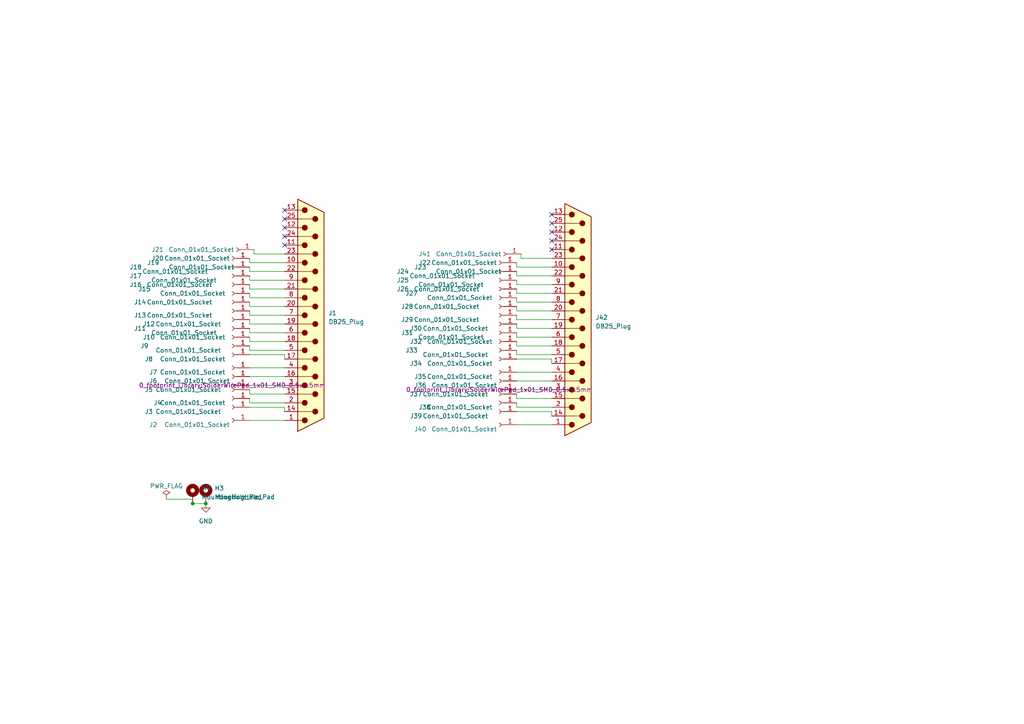
<source format=kicad_sch>
(kicad_sch (version 20230121) (generator eeschema)
  (paper "A4")
  (lib_symbols
    (symbol "Connector:Conn_01x01_Socket" (pin_names (offset 1.016) hide)
      (property "Reference" "J" (at 0 2.54 0))
      (property "Value" "Conn_01x01_Socket" (at 0 -2.54 0))
      (symbol "Conn_01x01_Socket_1_1"
        (polyline (pts (xy -1.27 0) (xy -0.508 0)) (stroke (width 0.1524)))
        (arc (start 0 0.508) (mid -0.5058 0) (end 0 -0.508) (stroke (width 0.1524)))
        (pin passive line (at -5.08 0 0) (length 3.81) (name "Pin_1") (number "1"))
      )
    )
    (symbol "Connector:DB25_Plug" (pin_names (offset 1.016) hide)
      (property "Reference" "J" (at 0 34.29 0))
      (property "Value" "DB25_Plug" (at 0 -34.925 0))
      (symbol "DB25_Plug_0_1"
        (circle (center -1.778 -30.48) (radius 0.762) (fill (type outline)))
        (circle (center -1.778 -25.4) (radius 0.762) (fill (type outline)))
        (circle (center -1.778 -20.32) (radius 0.762) (fill (type outline)))
        (circle (center -1.778 -15.24) (radius 0.762) (fill (type outline)))
        (circle (center -1.778 -10.16) (radius 0.762) (fill (type outline)))
        (circle (center -1.778 -5.08) (radius 0.762) (fill (type outline)))
        (circle (center -1.778 0) (radius 0.762) (fill (type outline)))
        (circle (center -1.778 5.08) (radius 0.762) (fill (type outline)))
        (circle (center -1.778 10.16) (radius 0.762) (fill (type outline)))
        (circle (center -1.778 15.24) (radius 0.762) (fill (type outline)))
        (circle (center -1.778 20.32) (radius 0.762) (fill (type outline)))
        (circle (center -1.778 25.4) (radius 0.762) (fill (type outline)))
        (circle (center -1.778 30.48) (radius 0.762) (fill (type outline)))
        (polyline (pts (xy -3.81 -30.48) (xy -2.54 -30.48)))
        (polyline (pts (xy -3.81 -27.94) (xy 0.508 -27.94)))
        (polyline (pts (xy -3.81 -25.4) (xy -2.54 -25.4)))
        (polyline (pts (xy -3.81 -22.86) (xy 0.508 -22.86)))
        (polyline (pts (xy -3.81 -20.32) (xy -2.54 -20.32)))
        (polyline (pts (xy -3.81 -17.78) (xy 0.508 -17.78)))
        (polyline (pts (xy -3.81 -15.24) (xy -2.54 -15.24)))
        (polyline (pts (xy -3.81 -12.7) (xy 0.508 -12.7)))
        (polyline (pts (xy -3.81 -10.16) (xy -2.54 -10.16)))
        (polyline (pts (xy -3.81 -7.62) (xy 0.508 -7.62)))
        (polyline (pts (xy -3.81 -5.08) (xy -2.54 -5.08)))
        (polyline (pts (xy -3.81 -2.54) (xy 0.508 -2.54)))
        (polyline (pts (xy -3.81 0) (xy -2.54 0)))
        (polyline (pts (xy -3.81 2.54) (xy 0.508 2.54)))
        (polyline (pts (xy -3.81 5.08) (xy -2.54 5.08)))
        (polyline (pts (xy -3.81 7.62) (xy 0.508 7.62)))
        (polyline (pts (xy -3.81 10.16) (xy -2.54 10.16)))
        (polyline (pts (xy -3.81 12.7) (xy 0.508 12.7)))
        (polyline (pts (xy -3.81 15.24) (xy -2.54 15.24)))
        (polyline (pts (xy -3.81 17.78) (xy 0.508 17.78)))
        (polyline (pts (xy -3.81 20.32) (xy -2.54 20.32)))
        (polyline (pts (xy -3.81 22.86) (xy 0.508 22.86)))
        (polyline (pts (xy -3.81 25.4) (xy -2.54 25.4)))
        (polyline (pts (xy -3.81 27.94) (xy 0.508 27.94)))
        (polyline (pts (xy -3.81 30.48) (xy -2.54 30.48)))
        (polyline (pts (xy -3.81 -33.655) (xy 3.81 -29.845) (xy 3.81 29.845) (xy -3.81 33.655) (xy -3.81 -33.655)) (stroke (width 0.254)) (fill (type background)))
        (circle (center 1.27 -27.94) (radius 0.762) (fill (type outline)))
        (circle (center 1.27 -22.86) (radius 0.762) (fill (type outline)))
        (circle (center 1.27 -17.78) (radius 0.762) (fill (type outline)))
        (circle (center 1.27 -12.7) (radius 0.762) (fill (type outline)))
        (circle (center 1.27 -7.62) (radius 0.762) (fill (type outline)))
        (circle (center 1.27 -2.54) (radius 0.762) (fill (type outline)))
        (circle (center 1.27 2.54) (radius 0.762) (fill (type outline)))
        (circle (center 1.27 7.62) (radius 0.762) (fill (type outline)))
        (circle (center 1.27 12.7) (radius 0.762) (fill (type outline)))
        (circle (center 1.27 17.78) (radius 0.762) (fill (type outline)))
        (circle (center 1.27 22.86) (radius 0.762) (fill (type outline)))
        (circle (center 1.27 27.94) (radius 0.762) (fill (type outline)))
      )
      (symbol "DB25_Plug_1_1"
        (pin passive line (at -7.62 -30.48 0) (length 3.81) (name "1") (number "1"))
        (pin passive line (at -7.62 15.24 0) (length 3.81) (name "10") (number "10"))
        (pin passive line (at -7.62 20.32 0) (length 3.81) (name "11") (number "11"))
        (pin passive line (at -7.62 25.4 0) (length 3.81) (name "12") (number "12"))
        (pin passive line (at -7.62 30.48 0) (length 3.81) (name "13") (number "13"))
        (pin passive line (at -7.62 -27.94 0) (length 3.81) (name "P14") (number "14"))
        (pin passive line (at -7.62 -22.86 0) (length 3.81) (name "P15") (number "15"))
        (pin passive line (at -7.62 -17.78 0) (length 3.81) (name "P16") (number "16"))
        (pin passive line (at -7.62 -12.7 0) (length 3.81) (name "P17") (number "17"))
        (pin passive line (at -7.62 -7.62 0) (length 3.81) (name "P18") (number "18"))
        (pin passive line (at -7.62 -2.54 0) (length 3.81) (name "P19") (number "19"))
        (pin passive line (at -7.62 -25.4 0) (length 3.81) (name "2") (number "2"))
        (pin passive line (at -7.62 2.54 0) (length 3.81) (name "P20") (number "20"))
        (pin passive line (at -7.62 7.62 0) (length 3.81) (name "P21") (number "21"))
        (pin passive line (at -7.62 12.7 0) (length 3.81) (name "P22") (number "22"))
        (pin passive line (at -7.62 17.78 0) (length 3.81) (name "P23") (number "23"))
        (pin passive line (at -7.62 22.86 0) (length 3.81) (name "P24") (number "24"))
        (pin passive line (at -7.62 27.94 0) (length 3.81) (name "P25") (number "25"))
        (pin passive line (at -7.62 -20.32 0) (length 3.81) (name "3") (number "3"))
        (pin passive line (at -7.62 -15.24 0) (length 3.81) (name "4") (number "4"))
        (pin passive line (at -7.62 -10.16 0) (length 3.81) (name "5") (number "5"))
        (pin passive line (at -7.62 -5.08 0) (length 3.81) (name "6") (number "6"))
        (pin passive line (at -7.62 0 0) (length 3.81) (name "7") (number "7"))
        (pin passive line (at -7.62 5.08 0) (length 3.81) (name "8") (number "8"))
        (pin passive line (at -7.62 10.16 0) (length 3.81) (name "9") (number "9"))
      )
    )
    (symbol "Mechanical:MountingHole_Pad" (pin_numbers hide) (pin_names (offset 1.016) hide)
      (property "Reference" "H" (at 0 6.35 0))
      (property "Value" "MountingHole_Pad" (at 0 4.445 0))
      (symbol "MountingHole_Pad_0_1"
        (circle (center 0 1.27) (radius 1.27) (stroke (width 1.27)))
      )
      (symbol "MountingHole_Pad_1_1"
        (pin input line (at 0 -2.54 90) (length 2.54) (name "1") (number "1"))
      )
    )
    (symbol "power:GND" (power) (pin_names (offset 0))
      (property "Value" "GND" (at 0 -3.81 0))
      (symbol "GND_0_1"
        (polyline (pts (xy 0 0) (xy 0 -1.27) (xy 1.27 -1.27) (xy 0 -2.54) (xy -1.27 -1.27) (xy 0 -1.27)))
      )
      (symbol "GND_1_1"
        (pin power_in line (at 0 0 270) (length 0) hide (name "GND") (number "1"))
      )
    )
    (symbol "power:PWR_FLAG" (power) (pin_numbers hide) (pin_names (offset 0) hide)
      (property "Value" "PWR_FLAG" (at 0 3.81 0))
      (symbol "PWR_FLAG_0_0"
        (pin power_out line (at 0 0 90) (length 0) (name "pwr") (number "1"))
      )
      (symbol "PWR_FLAG_0_1"
        (polyline (pts (xy 0 0) (xy 0 1.27) (xy -1.016 1.905) (xy 0 2.54) (xy 1.016 1.905) (xy 0 1.27)))
      )
    )
  )
  (junction (at 59.69 146.05))
  (junction (at 55.88 146.05))
  (no_connect (at 82.55 66.04))
  (no_connect (at 82.55 68.58))
  (no_connect (at 160.02 69.85))
  (no_connect (at 82.55 71.12))
  (no_connect (at 160.02 62.23))
  (no_connect (at 160.02 64.77))
  (no_connect (at 82.55 63.5))
  (no_connect (at 160.02 72.39))
  (no_connect (at 82.55 60.96))
  (no_connect (at 160.02 67.31))
  (wire (pts (xy 82.55 101.6) (xy 72.39 101.6)))
  (wire (pts (xy 149.86 90.17) (xy 149.86 88.9)))
  (wire (pts (xy 72.39 76.2) (xy 72.39 74.93)))
  (wire (pts (xy 160.02 77.47) (xy 149.86 77.47)))
  (wire (pts (xy 72.39 109.22) (xy 82.55 109.22)))
  (wire (pts (xy 82.55 76.2) (xy 72.39 76.2)))
  (wire (pts (xy 160.02 82.55) (xy 149.86 82.55)))
  (wire (pts (xy 82.55 93.98) (xy 72.39 93.98)))
  (wire (pts (xy 160.02 97.79) (xy 149.86 97.79)))
  (wire (pts (xy 82.55 83.82) (xy 72.39 83.82)))
  (wire (pts (xy 149.86 80.01) (xy 149.86 78.74)))
  (wire (pts (xy 72.39 86.36) (xy 72.39 85.09)))
  (wire (pts (xy 160.02 102.87) (xy 149.86 102.87)))
  (wire (pts (xy 149.86 107.95) (xy 160.02 107.95)))
  (wire (pts (xy 72.39 96.52) (xy 72.39 95.25)))
  (wire (pts (xy 72.39 78.74) (xy 72.39 77.47)))
  (wire (pts (xy 160.02 115.57) (xy 149.86 115.57)))
  (wire (pts (xy 149.86 115.57) (xy 149.86 114.3)))
  (wire (pts (xy 72.39 102.87) (xy 82.55 102.87)))
  (wire (pts (xy 72.39 93.98) (xy 72.39 92.71)))
  (wire (pts (xy 82.55 102.87) (xy 82.55 104.14)))
  (wire (pts (xy 149.86 87.63) (xy 149.86 86.36)))
  (wire (pts (xy 82.55 118.11) (xy 72.39 118.11)))
  (wire (pts (xy 82.55 86.36) (xy 72.39 86.36)))
  (wire (pts (xy 82.55 81.28) (xy 72.39 81.28)))
  (wire (pts (xy 82.55 114.3) (xy 72.39 114.3)))
  (wire (pts (xy 160.02 119.38) (xy 149.86 119.38)))
  (wire (pts (xy 160.02 100.33) (xy 149.86 100.33)))
  (wire (pts (xy 149.86 110.49) (xy 160.02 110.49)))
  (wire (pts (xy 149.86 118.11) (xy 149.86 116.84)))
  (wire (pts (xy 160.02 80.01) (xy 149.86 80.01)))
  (wire (pts (xy 72.39 88.9) (xy 72.39 87.63)))
  (wire (pts (xy 72.39 99.06) (xy 72.39 97.79)))
  (wire (pts (xy 149.86 82.55) (xy 149.86 81.28)))
  (wire (pts (xy 72.39 101.6) (xy 72.39 100.33)))
  (wire (pts (xy 160.02 95.25) (xy 149.86 95.25)))
  (wire (pts (xy 160.02 85.09) (xy 149.86 85.09)))
  (wire (pts (xy 48.26 144.78) (xy 55.88 144.78)))
  (wire (pts (xy 151.13 74.93) (xy 151.13 73.66)))
  (wire (pts (xy 82.55 88.9) (xy 72.39 88.9)))
  (wire (pts (xy 149.86 113.03) (xy 160.02 113.03)))
  (wire (pts (xy 72.39 121.92) (xy 82.55 121.92)))
  (wire (pts (xy 149.86 92.71) (xy 149.86 91.44)))
  (wire (pts (xy 82.55 78.74) (xy 72.39 78.74)))
  (wire (pts (xy 160.02 118.11) (xy 149.86 118.11)))
  (wire (pts (xy 160.02 92.71) (xy 149.86 92.71)))
  (wire (pts (xy 149.86 104.14) (xy 160.02 104.14)))
  (wire (pts (xy 82.55 119.38) (xy 82.55 118.11)))
  (wire (pts (xy 149.86 85.09) (xy 149.86 83.82)))
  (wire (pts (xy 72.39 81.28) (xy 72.39 80.01)))
  (wire (pts (xy 82.55 73.66) (xy 73.66 73.66)))
  (wire (pts (xy 160.02 74.93) (xy 151.13 74.93)))
  (wire (pts (xy 149.86 102.87) (xy 149.86 101.6)))
  (wire (pts (xy 82.55 99.06) (xy 72.39 99.06)))
  (wire (pts (xy 149.86 123.19) (xy 160.02 123.19)))
  (wire (pts (xy 73.66 73.66) (xy 73.66 72.39)))
  (wire (pts (xy 149.86 95.25) (xy 149.86 93.98)))
  (wire (pts (xy 160.02 90.17) (xy 149.86 90.17)))
  (wire (pts (xy 160.02 87.63) (xy 149.86 87.63)))
  (wire (pts (xy 160.02 120.65) (xy 160.02 119.38)))
  (wire (pts (xy 55.88 144.78) (xy 55.88 146.05)))
  (wire (pts (xy 149.86 97.79) (xy 149.86 96.52)))
  (wire (pts (xy 55.88 146.05) (xy 59.69 146.05)))
  (wire (pts (xy 72.39 91.44) (xy 72.39 90.17)))
  (wire (pts (xy 72.39 106.68) (xy 82.55 106.68)))
  (wire (pts (xy 82.55 91.44) (xy 72.39 91.44)))
  (wire (pts (xy 149.86 77.47) (xy 149.86 76.2)))
  (wire (pts (xy 72.39 116.84) (xy 72.39 115.57)))
  (wire (pts (xy 149.86 100.33) (xy 149.86 99.06)))
  (wire (pts (xy 82.55 96.52) (xy 72.39 96.52)))
  (wire (pts (xy 72.39 114.3) (xy 72.39 113.03)))
  (wire (pts (xy 82.55 116.84) (xy 72.39 116.84)))
  (wire (pts (xy 160.02 104.14) (xy 160.02 105.41)))
  (wire (pts (xy 72.39 83.82) (xy 72.39 82.55)))
  (wire (pts (xy 72.39 111.76) (xy 82.55 111.76)))
  (symbol (lib_id "Connector:Conn_01x01_Socket") (at 144.78 119.38 180) (unit 1)
    (property "Reference" "J39" (at 120.65 120.65 0))
    (property "Value" "Conn_01x01_Socket" (at 132.08 120.65 0))
    (property "Footprint" "0_footprint_Library:SolderWirePad_1x01_SMD_0.5x0.5mm" (effects hide))
  )
  (symbol (lib_id "Connector:Conn_01x01_Socket") (at 67.31 111.76 180) (unit 1)
    (property "Reference" "J6" (at 44.45 110.49 0))
    (property "Value" "Conn_01x01_Socket" (at 57.15 110.49 0))
    (property "Footprint" "0_footprint_Library:SolderWirePad_1x01_SMD_0.5x0.5mm" (at 67.31 111.76 0))
  )
  (symbol (lib_id "Connector:Conn_01x01_Socket") (at 144.78 116.84 180) (unit 1)
    (property "Reference" "J38" (at 123.19 118.11 0))
    (property "Value" "Conn_01x01_Socket" (at 133.35 118.11 0))
    (property "Footprint" "0_footprint_Library:SolderWirePad_1x01_SMD_0.5x0.5mm" (effects hide))
  )
  (symbol (lib_id "Connector:Conn_01x01_Socket") (at 144.78 99.06 180) (unit 1)
    (property "Reference" "J31" (at 118.11 96.52 0))
    (property "Value" "Conn_01x01_Socket" (at 130.81 97.79 0))
    (property "Footprint" "0_footprint_Library:SolderWirePad_1x01_SMD_0.5x0.5mm" (effects hide))
  )
  (symbol (lib_id "Connector:Conn_01x01_Socket") (at 144.78 86.36 180) (unit 1)
    (property "Reference" "J26" (at 116.84 83.82 0))
    (property "Value" "Conn_01x01_Socket" (at 129.54 83.82 0))
    (property "Footprint" "0_footprint_Library:SolderWirePad_1x01_SMD_0.5x0.5mm" (effects hide))
  )
  (symbol (lib_id "Connector:Conn_01x01_Socket") (at 144.78 78.74 180) (unit 1)
    (property "Reference" "J23" (at 121.92 77.47 0))
    (property "Value" "Conn_01x01_Socket" (at 135.89 78.74 0))
    (property "Footprint" "0_footprint_Library:SolderWirePad_1x01_SMD_0.5x0.5mm" (effects hide))
  )
  (symbol (lib_id "Connector:Conn_01x01_Socket") (at 67.31 82.55 180) (unit 1)
    (property "Reference" "J17" (at 39.37 80.01 0))
    (property "Value" "Conn_01x01_Socket" (at 53.34 81.28 0))
    (property "Footprint" "0_footprint_Library:SolderWirePad_1x01_SMD_0.5x0.5mm" (effects hide))
  )
  (symbol (lib_id "Connector:Conn_01x01_Socket") (at 144.78 83.82 180) (unit 1)
    (property "Reference" "J25" (at 116.84 81.28 0))
    (property "Value" "Conn_01x01_Socket" (at 130.81 82.55 0))
    (property "Footprint" "0_footprint_Library:SolderWirePad_1x01_SMD_0.5x0.5mm" (effects hide))
  )
  (symbol (lib_id "Connector:Conn_01x01_Socket") (at 144.78 88.9 180) (unit 1)
    (property "Reference" "J27" (at 119.38 85.09 0))
    (property "Value" "Conn_01x01_Socket" (at 133.35 86.36 0))
    (property "Footprint" "0_footprint_Library:SolderWirePad_1x01_SMD_0.5x0.5mm" (effects hide))
  )
  (symbol (lib_id "Connector:Conn_01x01_Socket") (at 144.78 113.03 180) (unit 1)
    (property "Reference" "J36" (at 121.92 111.76 0))
    (property "Value" "Conn_01x01_Socket" (at 134.62 111.76 0))
    (property "Footprint" "0_footprint_Library:SolderWirePad_1x01_SMD_0.5x0.5mm" (at 144.78 113.03 0))
  )
  (symbol (lib_id "Connector:Conn_01x01_Socket") (at 67.31 95.25 180) (unit 1)
    (property "Reference" "J12" (at 43.18 93.98 0))
    (property "Value" "Conn_01x01_Socket" (at 54.61 93.98 0))
    (property "Footprint" "0_footprint_Library:SolderWirePad_1x01_SMD_0.5x0.5mm" (effects hide))
  )
  (symbol (lib_id "power:GND") (at 59.69 146.05 0) (unit 1)
    (property "Reference" "#PWR01" (effects hide))
    (property "Value" "GND" (at 59.69 151.13 0))
  )
  (symbol (lib_id "Mechanical:MountingHole_Pad") (at 55.88 143.51 0) (unit 1)
    (property "Reference" "H4" (at 58.42 141.605 0) (effects (justify left)))
    (property "Value" "MountingHole_Pad" (at 58.42 144.145 0) (effects (justify left)))
    (property "Footprint" "0_footprint_Library:MountingHole_3mm_4-40_DIN965_Pad" (effects hide))
  )
  (symbol (lib_id "Connector:Conn_01x01_Socket") (at 144.78 93.98 180) (unit 1)
    (property "Reference" "J29" (at 118.11 92.71 0))
    (property "Value" "Conn_01x01_Socket" (at 129.54 92.71 0))
    (property "Footprint" "0_footprint_Library:SolderWirePad_1x01_SMD_0.5x0.5mm" (effects hide))
  )
  (symbol (lib_id "Connector:DB25_Plug") (at 90.17 91.44 0) (unit 1)
    (property "Reference" "J1" (at 95.25 90.805 0) (effects (justify left)))
    (property "Value" "DB25_Plug" (at 95.25 93.345 0) (effects (justify left)))
    (property "Footprint" "0_footprint_Library:Norcomp-380-025-113L001-microd_Updated" (effects hide))
    (property "Datasheet" " ~" (effects hide))
  )
  (symbol (lib_id "Connector:Conn_01x01_Socket") (at 144.78 110.49 180) (unit 1)
    (property "Reference" "J35" (at 121.92 109.22 0))
    (property "Value" "Conn_01x01_Socket" (at 133.35 109.22 0))
    (property "Footprint" "0_footprint_Library:SolderWirePad_1x01_SMD_0.5x0.5mm" (effects hide))
  )
  (symbol (lib_id "Connector:Conn_01x01_Socket") (at 67.31 85.09 180) (unit 1)
    (property "Reference" "J16" (at 39.37 82.55 0))
    (property "Value" "Conn_01x01_Socket" (at 52.07 82.55 0))
    (property "Footprint" "0_footprint_Library:SolderWirePad_1x01_SMD_0.5x0.5mm" (effects hide))
  )
  (symbol (lib_id "Connector:Conn_01x01_Socket") (at 67.31 121.92 180) (unit 1)
    (property "Reference" "J2" (at 44.45 123.19 0))
    (property "Value" "Conn_01x01_Socket" (at 57.15 123.19 0))
    (property "Footprint" "0_footprint_Library:SolderWirePad_1x01_SMD_0.5x0.5mm" (effects hide))
  )
  (symbol (lib_id "Connector:Conn_01x01_Socket") (at 67.31 118.11 180) (unit 1)
    (property "Reference" "J3" (at 43.18 119.38 0))
    (property "Value" "Conn_01x01_Socket" (at 54.61 119.38 0))
    (property "Footprint" "0_footprint_Library:SolderWirePad_1x01_SMD_0.5x0.5mm" (effects hide))
  )
  (symbol (lib_id "Connector:Conn_01x01_Socket") (at 67.31 102.87 180) (unit 1)
    (property "Reference" "J9" (at 41.91 100.33 0))
    (property "Value" "Conn_01x01_Socket" (at 54.61 101.6 0))
    (property "Footprint" "0_footprint_Library:SolderWirePad_1x01_SMD_0.5x0.5mm" (effects hide))
  )
  (symbol (lib_id "Connector:Conn_01x01_Socket") (at 144.78 123.19 180) (unit 1)
    (property "Reference" "J40" (at 121.92 124.46 0))
    (property "Value" "Conn_01x01_Socket" (at 134.62 124.46 0))
    (property "Footprint" "0_footprint_Library:SolderWirePad_1x01_SMD_0.5x0.5mm" (effects hide))
  )
  (symbol (lib_id "Connector:Conn_01x01_Socket") (at 67.31 109.22 180) (unit 1)
    (property "Reference" "J7" (at 44.45 107.95 0))
    (property "Value" "Conn_01x01_Socket" (at 55.88 107.95 0))
    (property "Footprint" "0_footprint_Library:SolderWirePad_1x01_SMD_0.5x0.5mm" (effects hide))
  )
  (symbol (lib_id "Connector:Conn_01x01_Socket") (at 144.78 114.3 180) (unit 1)
    (property "Reference" "J37" (at 120.65 114.3 0))
    (property "Value" "Conn_01x01_Socket" (at 132.08 114.3 0))
    (property "Footprint" "0_footprint_Library:SolderWirePad_1x01_SMD_0.5x0.5mm" (effects hide))
  )
  (symbol (lib_id "Connector:Conn_01x01_Socket") (at 67.31 113.03 180) (unit 1)
    (property "Reference" "J5" (at 43.18 113.03 0))
    (property "Value" "Conn_01x01_Socket" (at 54.61 113.03 0))
    (property "Footprint" "0_footprint_Library:SolderWirePad_1x01_SMD_0.5x0.5mm" (effects hide))
  )
  (symbol (lib_id "Connector:Conn_01x01_Socket") (at 144.78 76.2 180) (unit 1)
    (property "Reference" "J22" (at 123.19 76.2 0))
    (property "Value" "Conn_01x01_Socket" (at 134.62 76.2 0))
    (property "Footprint" "0_footprint_Library:SolderWirePad_1x01_SMD_0.5x0.5mm" (effects hide))
  )
  (symbol (lib_id "Connector:Conn_01x01_Socket") (at 144.78 91.44 180) (unit 1)
    (property "Reference" "J28" (at 118.11 88.9 0))
    (property "Value" "Conn_01x01_Socket" (at 129.54 88.9 0))
    (property "Footprint" "0_footprint_Library:SolderWirePad_1x01_SMD_0.5x0.5mm" (effects hide))
  )
  (symbol (lib_id "Connector:Conn_01x01_Socket") (at 67.31 87.63 180) (unit 1)
    (property "Reference" "J15" (at 41.91 83.82 0))
    (property "Value" "Conn_01x01_Socket" (at 55.88 85.09 0))
    (property "Footprint" "0_footprint_Library:SolderWirePad_1x01_SMD_0.5x0.5mm" (effects hide))
  )
  (symbol (lib_id "Connector:Conn_01x01_Socket") (at 144.78 81.28 180) (unit 1)
    (property "Reference" "J24" (at 116.84 78.74 0))
    (property "Value" "Conn_01x01_Socket" (at 128.27 80.01 0))
    (property "Footprint" "0_footprint_Library:SolderWirePad_1x01_SMD_0.5x0.5mm" (effects hide))
  )
  (symbol (lib_id "Connector:Conn_01x01_Socket") (at 67.31 90.17 180) (unit 1)
    (property "Reference" "J14" (at 40.64 87.63 0))
    (property "Value" "Conn_01x01_Socket" (at 52.07 87.63 0))
    (property "Footprint" "0_footprint_Library:SolderWirePad_1x01_SMD_0.5x0.5mm" (effects hide))
  )
  (symbol (lib_id "Connector:Conn_01x01_Socket") (at 67.31 92.71 180) (unit 1)
    (property "Reference" "J13" (at 40.64 91.44 0))
    (property "Value" "Conn_01x01_Socket" (at 52.07 91.44 0))
    (property "Footprint" "0_footprint_Library:SolderWirePad_1x01_SMD_0.5x0.5mm" (effects hide))
  )
  (symbol (lib_id "Connector:Conn_01x01_Socket") (at 146.05 73.66 180) (unit 1)
    (property "Reference" "J41" (at 123.19 73.66 0))
    (property "Value" "Conn_01x01_Socket" (at 135.89 73.66 0))
    (property "Footprint" "0_footprint_Library:SolderWirePad_1x01_SMD_0.5x0.5mm" (effects hide))
  )
  (symbol (lib_id "Connector:Conn_01x01_Socket") (at 144.78 101.6 180) (unit 1)
    (property "Reference" "J32" (at 120.65 99.06 0))
    (property "Value" "Conn_01x01_Socket" (at 133.35 99.06 0))
    (property "Footprint" "0_footprint_Library:SolderWirePad_1x01_SMD_0.5x0.5mm" (effects hide))
  )
  (symbol (lib_id "Mechanical:MountingHole_Pad") (at 59.69 143.51 0) (unit 1)
    (property "Reference" "H3" (at 62.23 141.605 0) (effects (justify left)))
    (property "Value" "MountingHole_Pad" (at 62.23 144.145 0) (effects (justify left)))
    (property "Footprint" "0_footprint_Library:MountingHole_3mm_4-40_DIN965_Pad" (effects hide))
  )
  (symbol (lib_id "Connector:DB25_Plug") (at 167.64 92.71 0) (unit 1)
    (property "Reference" "J42" (at 172.72 92.075 0) (effects (justify left)))
    (property "Value" "DB25_Plug" (at 172.72 94.615 0) (effects (justify left)))
    (property "Footprint" "0_footprint_Library:Norcomp-380-025-113L001-microd_Updated" (effects hide))
    (property "Datasheet" " ~" (effects hide))
  )
  (symbol (lib_id "Connector:Conn_01x01_Socket") (at 67.31 77.47 180) (unit 1)
    (property "Reference" "J19" (at 44.45 76.2 0))
    (property "Value" "Conn_01x01_Socket" (at 58.42 77.47 0))
    (property "Footprint" "0_footprint_Library:SolderWirePad_1x01_SMD_0.5x0.5mm" (effects hide))
  )
  (symbol (lib_id "power:PWR_FLAG") (at 48.26 144.78 0) (unit 1)
    (property "Reference" "#FLG01" (effects hide))
    (property "Value" "PWR_FLAG" (at 48.26 140.97 0))
  )
  (symbol (lib_id "Connector:Conn_01x01_Socket") (at 144.78 104.14 180) (unit 1)
    (property "Reference" "J33" (at 119.38 101.6 0))
    (property "Value" "Conn_01x01_Socket" (at 132.08 102.87 0))
    (property "Footprint" "0_footprint_Library:SolderWirePad_1x01_SMD_0.5x0.5mm" (effects hide))
  )
  (symbol (lib_id "Connector:Conn_01x01_Socket") (at 67.31 80.01 180) (unit 1)
    (property "Reference" "J18" (at 39.37 77.47 0))
    (property "Value" "Conn_01x01_Socket" (at 50.8 78.74 0))
    (property "Footprint" "0_footprint_Library:SolderWirePad_1x01_SMD_0.5x0.5mm" (effects hide))
  )
  (symbol (lib_id "Connector:Conn_01x01_Socket") (at 67.31 74.93 180) (unit 1)
    (property "Reference" "J20" (at 45.72 74.93 0))
    (property "Value" "Conn_01x01_Socket" (at 57.15 74.93 0))
    (property "Footprint" "0_footprint_Library:SolderWirePad_1x01_SMD_0.5x0.5mm" (effects hide))
  )
  (symbol (lib_id "Connector:Conn_01x01_Socket") (at 68.58 72.39 180) (unit 1)
    (property "Reference" "J21" (at 45.72 72.39 0))
    (property "Value" "Conn_01x01_Socket" (at 58.42 72.39 0))
    (property "Footprint" "0_footprint_Library:SolderWirePad_1x01_SMD_0.5x0.5mm" (effects hide))
  )
  (symbol (lib_id "Connector:Conn_01x01_Socket") (at 67.31 106.68 180) (unit 1)
    (property "Reference" "J8" (at 43.18 104.14 0))
    (property "Value" "Conn_01x01_Socket" (at 55.88 104.14 0))
    (property "Footprint" "0_footprint_Library:SolderWirePad_1x01_SMD_0.5x0.5mm" (effects hide))
  )
  (symbol (lib_id "Connector:Conn_01x01_Socket") (at 144.78 107.95 180) (unit 1)
    (property "Reference" "J34" (at 120.65 105.41 0))
    (property "Value" "Conn_01x01_Socket" (at 133.35 105.41 0))
    (property "Footprint" "0_footprint_Library:SolderWirePad_1x01_SMD_0.5x0.5mm" (effects hide))
  )
  (symbol (lib_id "Connector:Conn_01x01_Socket") (at 67.31 97.79 180) (unit 1)
    (property "Reference" "J11" (at 40.64 95.25 0))
    (property "Value" "Conn_01x01_Socket" (at 53.34 96.52 0))
    (property "Footprint" "0_footprint_Library:SolderWirePad_1x01_SMD_0.5x0.5mm" (effects hide))
  )
  (symbol (lib_id "Connector:Conn_01x01_Socket") (at 144.78 96.52 180) (unit 1)
    (property "Reference" "J30" (at 120.65 95.25 0))
    (property "Value" "Conn_01x01_Socket" (at 132.08 95.25 0))
    (property "Footprint" "0_footprint_Library:SolderWirePad_1x01_SMD_0.5x0.5mm" (effects hide))
  )
  (symbol (lib_id "Connector:Conn_01x01_Socket") (at 67.31 115.57 180) (unit 1)
    (property "Reference" "J4" (at 45.72 116.84 0))
    (property "Value" "Conn_01x01_Socket" (at 55.88 116.84 0))
    (property "Footprint" "0_footprint_Library:SolderWirePad_1x01_SMD_0.5x0.5mm" (effects hide))
  )
  (symbol (lib_id "Connector:Conn_01x01_Socket") (at 67.31 100.33 180) (unit 1)
    (property "Reference" "J10" (at 43.18 97.79 0))
    (property "Value" "Conn_01x01_Socket" (at 55.88 97.79 0))
    (property "Footprint" "0_footprint_Library:SolderWirePad_1x01_SMD_0.5x0.5mm" (effects hide))
  )
)
</source>
